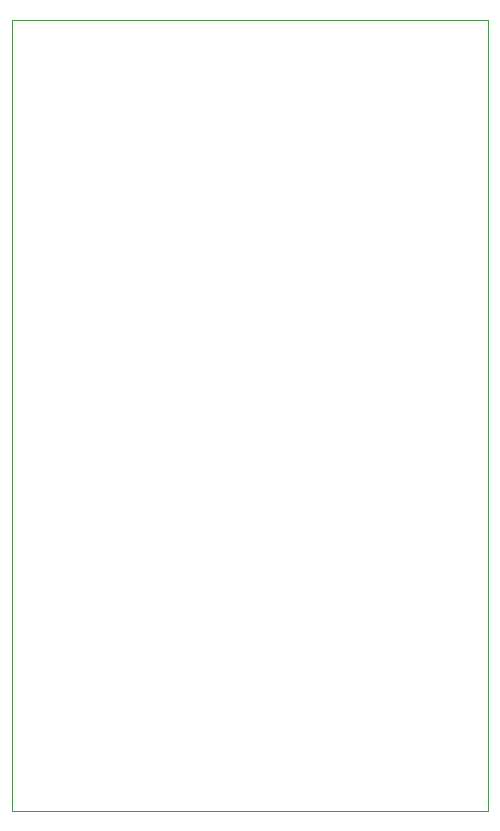
<source format=gbr>
%TF.GenerationSoftware,KiCad,Pcbnew,9.0.2*%
%TF.CreationDate,2025-06-22T19:03:17+05:30*%
%TF.ProjectId,rpiblindstick,72706962-6c69-46e6-9473-7469636b2e6b,rev?*%
%TF.SameCoordinates,Original*%
%TF.FileFunction,Profile,NP*%
%FSLAX46Y46*%
G04 Gerber Fmt 4.6, Leading zero omitted, Abs format (unit mm)*
G04 Created by KiCad (PCBNEW 9.0.2) date 2025-06-22 19:03:17*
%MOMM*%
%LPD*%
G01*
G04 APERTURE LIST*
%TA.AperFunction,Profile*%
%ADD10C,0.050000*%
%TD*%
G04 APERTURE END LIST*
D10*
X105000000Y-78750000D02*
X145250000Y-78750000D01*
X145250000Y-145750000D01*
X105000000Y-145750000D01*
X105000000Y-78750000D01*
M02*

</source>
